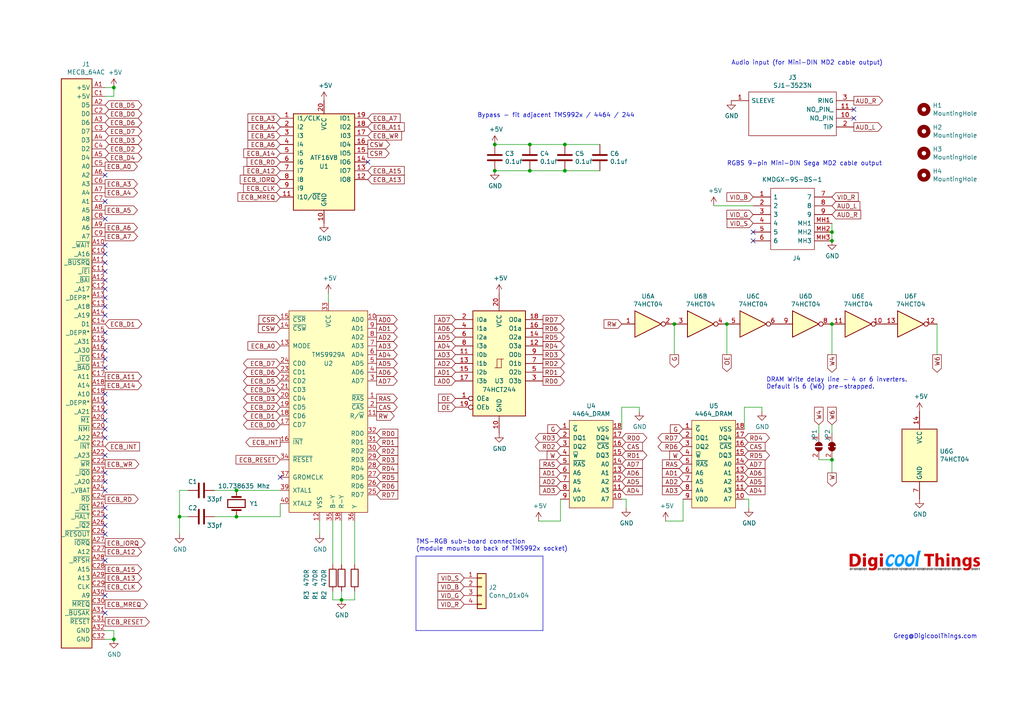
<source format=kicad_sch>
(kicad_sch (version 20230121) (generator eeschema)
  (paper "A4")
  (title_block (title "TMS9929A/TMS9928A Video Board for Minimalist ECB (MECB)") (date "2022-09") (rev "1.1") (company "DigicoolThings.com") (comment 2 "For Minimalist Europe Card Bus (MECB). ") (comment 3 "Using an alternative TMS9929A / TMS9928A / TMS9918A VDP-VRAM solution.") (comment 4 "A configurable modular TMS9929A / TMS9928A VDP Display Board with RGBS output."))
  (lib_symbols
    (symbol "74xx:74LS04"
      (property "Reference" "U" (at 0 1.27 0))
      (property "Value" "74LS04" (at 0 -1.27 0))
      (symbol "74LS04_1_0"
        (pin input line (at -7.62 0 0) (length 3.81) (name "~") (number "1"))
        (pin output inverted (at 7.62 0 180) (length 3.81) (name "~") (number "2"))
      )
      (symbol "74LS04_2_0"
        (pin input line (at -7.62 0 0) (length 3.81) (name "~") (number "3"))
        (pin output inverted (at 7.62 0 180) (length 3.81) (name "~") (number "4"))
      )
      (symbol "74LS04_3_0"
        (pin input line (at -7.62 0 0) (length 3.81) (name "~") (number "5"))
        (pin output inverted (at 7.62 0 180) (length 3.81) (name "~") (number "6"))
      )
      (symbol "74LS04_4_0"
        (pin output inverted (at 7.62 0 180) (length 3.81) (name "~") (number "8"))
        (pin input line (at -7.62 0 0) (length 3.81) (name "~") (number "9"))
      )
      (symbol "74LS04_5_0"
        (pin output inverted (at 7.62 0 180) (length 3.81) (name "~") (number "10"))
        (pin input line (at -7.62 0 0) (length 3.81) (name "~") (number "11"))
      )
      (symbol "74LS04_6_0"
        (pin output inverted (at 7.62 0 180) (length 3.81) (name "~") (number "12"))
        (pin input line (at -7.62 0 0) (length 3.81) (name "~") (number "13"))
      )
      (symbol "74LS04_7_0"
        (pin power_in line (at 0 12.7 270) (length 5.08) (name "VCC") (number "14"))
        (pin power_in line (at 0 -12.7 90) (length 5.08) (name "GND") (number "7"))
      )
    )
    (symbol "74xx:74LS244" (pin_names (offset 1.016))
      (property "Reference" "U" (at -7.62 16.51 0))
      (property "Value" "74LS244" (at -7.62 -16.51 0))
      (symbol "74LS244_1_0"
        (pin input inverted (at -12.7 -10.16 0) (length 5.08) (name "OEa") (number "1"))
        (pin power_in line (at 0 -20.32 90) (length 5.08) (name "GND") (number "10"))
        (pin input line (at -12.7 2.54 0) (length 5.08) (name "I0b") (number "11"))
        (pin tri_state line (at 12.7 5.08 180) (length 5.08) (name "O3a") (number "12"))
        (pin input line (at -12.7 0 0) (length 5.08) (name "I1b") (number "13"))
        (pin tri_state line (at 12.7 7.62 180) (length 5.08) (name "O2a") (number "14"))
        (pin input line (at -12.7 -2.54 0) (length 5.08) (name "I2b") (number "15"))
        (pin tri_state line (at 12.7 10.16 180) (length 5.08) (name "O1a") (number "16"))
        (pin input line (at -12.7 -5.08 0) (length 5.08) (name "I3b") (number "17"))
        (pin tri_state line (at 12.7 12.7 180) (length 5.08) (name "O0a") (number "18"))
        (pin input inverted (at -12.7 -12.7 0) (length 5.08) (name "OEb") (number "19"))
        (pin input line (at -12.7 12.7 0) (length 5.08) (name "I0a") (number "2"))
        (pin power_in line (at 0 20.32 270) (length 5.08) (name "VCC") (number "20"))
        (pin tri_state line (at 12.7 -5.08 180) (length 5.08) (name "O3b") (number "3"))
        (pin input line (at -12.7 10.16 0) (length 5.08) (name "I1a") (number "4"))
        (pin tri_state line (at 12.7 -2.54 180) (length 5.08) (name "O2b") (number "5"))
        (pin input line (at -12.7 7.62 0) (length 5.08) (name "I2a") (number "6"))
        (pin tri_state line (at 12.7 0 180) (length 5.08) (name "O1b") (number "7"))
        (pin input line (at -12.7 5.08 0) (length 5.08) (name "I3a") (number "8"))
        (pin tri_state line (at 12.7 2.54 180) (length 5.08) (name "O0b") (number "9"))
      )
    )
    (symbol "Connector_Generic:Conn_01x04" (pin_names (offset 1.016) hide)
      (property "Reference" "J" (at 0 5.08 0))
      (property "Value" "Conn_01x04" (at 0 -7.62 0))
      (symbol "Conn_01x04_1_1"
        (pin passive line (at -5.08 2.54 0) (length 3.81) (name "Pin_1") (number "1"))
        (pin passive line (at -5.08 0 0) (length 3.81) (name "Pin_2") (number "2"))
        (pin passive line (at -5.08 -2.54 0) (length 3.81) (name "Pin_3") (number "3"))
        (pin passive line (at -5.08 -5.08 0) (length 3.81) (name "Pin_4") (number "4"))
      )
    )
    (symbol "Device:C" (pin_numbers hide) (pin_names (offset 0.254))
      (property "Reference" "C" (at 0.635 2.54 0))
      (property "Value" "C" (at 0.635 -2.54 0))
      (symbol "C_1_1"
        (pin passive line (at 0 3.81 270) (length 2.794) (name "~") (number "1"))
        (pin passive line (at 0 -3.81 90) (length 2.794) (name "~") (number "2"))
      )
    )
    (symbol "Device:Crystal" (pin_numbers hide) (pin_names (offset 1.016) hide)
      (property "Reference" "Y" (at 0 3.81 0))
      (property "Value" "Crystal" (at 0 -3.81 0))
      (symbol "Crystal_1_1"
        (pin passive line (at -3.81 0 0) (length 1.27) (name "1") (number "1"))
        (pin passive line (at 3.81 0 180) (length 1.27) (name "2") (number "2"))
      )
    )
    (symbol "Device:R" (pin_numbers hide) (pin_names (offset 0))
      (property "Reference" "R" (at 2.032 0 90))
      (property "Value" "R" (at 0 0 90))
      (symbol "R_1_1"
        (pin passive line (at 0 3.81 270) (length 1.27) (name "~") (number "1"))
        (pin passive line (at 0 -3.81 90) (length 1.27) (name "~") (number "2"))
      )
    )
    (symbol "Jumper:SolderJumper_2_Bridged" (pin_names (offset 0) hide)
      (property "Reference" "JP" (at 0 2.032 0))
      (property "Value" "SolderJumper_2_Bridged" (at 0 -2.54 0))
      (symbol "SolderJumper_2_Bridged_1_1"
        (pin passive line (at -3.81 0 0) (length 2.54) (name "A") (number "1"))
        (pin passive line (at 3.81 0 180) (length 2.54) (name "B") (number "2"))
      )
    )
    (symbol "Jumper:SolderJumper_2_Open" (pin_names (offset 0) hide)
      (property "Reference" "JP" (at 0 2.032 0))
      (property "Value" "SolderJumper_2_Open" (at 0 -2.54 0))
      (symbol "SolderJumper_2_Open_1_1"
        (pin passive line (at -3.81 0 0) (length 2.54) (name "A") (number "1"))
        (pin passive line (at 3.81 0 180) (length 2.54) (name "B") (number "2"))
      )
    )
    (symbol "Logic_Programmable:GAL16V8" (pin_names (offset 1.016))
      (property "Reference" "U" (at -8.89 16.51 0))
      (property "Value" "GAL16V8" (at 1.27 16.51 0))
      (symbol "GAL16V8_0_0"
        (pin power_in line (at 0 -17.78 90) (length 3.81) (name "GND") (number "10"))
        (pin power_in line (at 0 17.78 270) (length 3.81) (name "VCC") (number "20"))
      )
      (symbol "GAL16V8_1_1"
        (pin input line (at -12.7 12.7 0) (length 3.81) (name "I1/CLK") (number "1"))
        (pin input line (at -12.7 -10.16 0) (length 3.81) (name "I10/~{OE}") (number "11"))
        (pin tri_state line (at 12.7 -5.08 180) (length 3.81) (name "IO8") (number "12"))
        (pin tri_state line (at 12.7 -2.54 180) (length 3.81) (name "IO7") (number "13"))
        (pin tri_state line (at 12.7 0 180) (length 3.81) (name "IO6") (number "14"))
        (pin tri_state line (at 12.7 2.54 180) (length 3.81) (name "IO5") (number "15"))
        (pin tri_state line (at 12.7 5.08 180) (length 3.81) (name "IO4") (number "16"))
        (pin tri_state line (at 12.7 7.62 180) (length 3.81) (name "I03") (number "17"))
        (pin tri_state line (at 12.7 10.16 180) (length 3.81) (name "IO2") (number "18"))
        (pin tri_state line (at 12.7 12.7 180) (length 3.81) (name "IO1") (number "19"))
        (pin input line (at -12.7 10.16 0) (length 3.81) (name "I2") (number "2"))
        (pin input line (at -12.7 7.62 0) (length 3.81) (name "I3") (number "3"))
        (pin input line (at -12.7 5.08 0) (length 3.81) (name "I4") (number "4"))
        (pin input line (at -12.7 2.54 0) (length 3.81) (name "I5") (number "5"))
        (pin input line (at -12.7 0 0) (length 3.81) (name "I6") (number "6"))
        (pin input line (at -12.7 -2.54 0) (length 3.81) (name "I7") (number "7"))
        (pin input line (at -12.7 -5.08 0) (length 3.81) (name "I8") (number "8"))
        (pin input line (at -12.7 -7.62 0) (length 3.81) (name "I9") (number "9"))
      )
    )
    (symbol "Mechanical:MountingHole" (pin_names (offset 1.016))
      (property "Reference" "H" (at 0 5.08 0))
      (property "Value" "MountingHole" (at 0 3.175 0))
    )
    (symbol "MyCustomSymbolLibrary:4464_DRAM" (pin_names (offset 1.016))
      (property "Reference" "U" (at 0 7.62 0))
      (property "Value" "4464_DRAM" (at 0 10.16 0))
      (symbol "4464_DRAM_1_1"
        (pin input line (at -8.89 2.54 0) (length 2.54) (name "~{G}") (number "1"))
        (pin input line (at 8.89 -17.78 180) (length 2.54) (name "A7") (number "10"))
        (pin input line (at 8.89 -15.24 180) (length 2.54) (name "A3") (number "11"))
        (pin input line (at 8.89 -12.7 180) (length 2.54) (name "A2") (number "12"))
        (pin input line (at 8.89 -10.16 180) (length 2.54) (name "A1") (number "13"))
        (pin input line (at 8.89 -7.62 180) (length 2.54) (name "A0") (number "14"))
        (pin bidirectional line (at 8.89 -5.08 180) (length 2.54) (name "DQ3") (number "15"))
        (pin input line (at 8.89 -2.54 180) (length 2.54) (name "~{CAS}") (number "16"))
        (pin bidirectional line (at 8.89 0 180) (length 2.54) (name "DQ4") (number "17"))
        (pin power_in line (at 8.89 2.54 180) (length 2.54) (name "VSS") (number "18"))
        (pin bidirectional line (at -8.89 0 0) (length 2.54) (name "DQ1") (number "2"))
        (pin bidirectional line (at -8.89 -2.54 0) (length 2.54) (name "DQ2") (number "3"))
        (pin input line (at -8.89 -5.08 0) (length 2.54) (name "~{W}") (number "4"))
        (pin input line (at -8.89 -7.62 0) (length 2.54) (name "~{RAS}") (number "5"))
        (pin input line (at -8.89 -10.16 0) (length 2.54) (name "A6") (number "6"))
        (pin input line (at -8.89 -12.7 0) (length 2.54) (name "A5") (number "7"))
        (pin input line (at -8.89 -15.24 0) (length 2.54) (name "A4") (number "8"))
        (pin power_in line (at -8.89 -17.78 0) (length 2.54) (name "VDD") (number "9"))
      )
    )
    (symbol "MyCustomSymbolLibrary:MECB_64AC"
      (property "Reference" "J" (at 0 85.09 0))
      (property "Value" "MECB_64AC" (at 6.35 1.27 90))
      (symbol "MECB_64AC_1_1"
        (pin power_out line (at -7.62 81.28 0) (length 3.81) (name "+5V") (number "A1"))
        (pin passive line (at -7.62 35.56 0) (length 3.81) (name "_~{WAIT}") (number "A10"))
        (pin passive line (at -7.62 30.48 0) (length 3.81) (name "_~{BUSRQ}") (number "A11"))
        (pin passive line (at -7.62 25.4 0) (length 3.81) (name "_~{BAI}") (number "A12"))
        (pin passive line (at -7.62 20.32 0) (length 3.81) (name "_DEPR*") (number "A13"))
        (pin passive line (at -7.62 15.24 0) (length 3.81) (name "_A19") (number "A14"))
        (pin passive line (at -7.62 10.16 0) (length 3.81) (name "_DEPR*") (number "A15"))
        (pin passive line (at -7.62 5.08 0) (length 3.81) (name "_A30") (number "A16"))
        (pin passive line (at -7.62 0 0) (length 3.81) (name "_~{BAO}") (number "A17"))
        (pin passive line (at -7.62 -5.08 0) (length 3.81) (name "A14") (number "A18"))
        (pin passive line (at -7.62 -10.16 0) (length 3.81) (name "_DEPR*") (number "A19"))
        (pin bidirectional line (at -7.62 76.2 0) (length 3.81) (name "D5") (number "A2"))
        (pin passive line (at -7.62 -15.24 0) (length 3.81) (name "~{M1}") (number "A20"))
        (pin passive line (at -7.62 -20.32 0) (length 3.81) (name "_A22") (number "A21"))
        (pin passive line (at -7.62 -25.4 0) (length 3.81) (name "_A23") (number "A22"))
        (pin passive line (at -7.62 -30.48 0) (length 3.81) (name "_~{IQ0}") (number "A23"))
        (pin passive line (at -7.62 -35.56 0) (length 3.81) (name "_VBAT") (number "A24"))
        (pin passive line (at -7.62 -40.64 0) (length 3.81) (name "_~{IQ1}") (number "A25"))
        (pin passive line (at -7.62 -45.72 0) (length 3.81) (name "_~{IQ2}") (number "A26"))
        (pin passive line (at -7.62 -50.8 0) (length 3.81) (name "~{IORQ}") (number "A27"))
        (pin passive line (at -7.62 -55.88 0) (length 3.81) (name "_~{RFSH}") (number "A28"))
        (pin passive line (at -7.62 -60.96 0) (length 3.81) (name "A13") (number "A29"))
        (pin bidirectional line (at -7.62 71.12 0) (length 3.81) (name "D6") (number "A3"))
        (pin passive line (at -7.62 -66.04 0) (length 3.81) (name "A9") (number "A30"))
        (pin passive line (at -7.62 -71.12 0) (length 3.81) (name "_~{BUSAK}") (number "A31"))
        (pin power_out line (at -7.62 -76.2 0) (length 3.81) (name "GND") (number "A32"))
        (pin bidirectional line (at -7.62 66.04 0) (length 3.81) (name "D3") (number "A4"))
        (pin bidirectional line (at -7.62 60.96 0) (length 3.81) (name "D4") (number "A5"))
        (pin passive line (at -7.62 55.88 0) (length 3.81) (name "A2") (number "A6"))
        (pin passive line (at -7.62 50.8 0) (length 3.81) (name "A4") (number "A7"))
        (pin passive line (at -7.62 45.72 0) (length 3.81) (name "A5") (number "A8"))
        (pin passive line (at -7.62 40.64 0) (length 3.81) (name "A6") (number "A9"))
        (pin power_out line (at -7.62 78.74 0) (length 3.81) (name "+5V") (number "C1"))
        (pin passive line (at -7.62 33.02 0) (length 3.81) (name "_A16") (number "C10"))
        (pin passive line (at -7.62 27.94 0) (length 3.81) (name "_~{IEI}") (number "C11"))
        (pin passive line (at -7.62 22.86 0) (length 3.81) (name "_A17") (number "C12"))
        (pin passive line (at -7.62 17.78 0) (length 3.81) (name "_A18") (number "C13"))
        (pin bidirectional line (at -7.62 12.7 0) (length 3.81) (name "D1") (number "C14"))
        (pin passive line (at -7.62 7.62 0) (length 3.81) (name "_A31") (number "C15"))
        (pin passive line (at -7.62 2.54 0) (length 3.81) (name "_~{IEO}") (number "C16"))
        (pin passive line (at -7.62 -2.54 0) (length 3.81) (name "A11") (number "C17"))
        (pin passive line (at -7.62 -7.62 0) (length 3.81) (name "A10") (number "C18"))
        (pin passive line (at -7.62 -12.7 0) (length 3.81) (name "_A21") (number "C19"))
        (pin bidirectional line (at -7.62 73.66 0) (length 3.81) (name "D0") (number "C2"))
        (pin passive line (at -7.62 -17.78 0) (length 3.81) (name "~{NMI}") (number "C20"))
        (pin passive line (at -7.62 -22.86 0) (length 3.81) (name "~{INT}") (number "C21"))
        (pin passive line (at -7.62 -27.94 0) (length 3.81) (name "~{WR}") (number "C22"))
        (pin passive line (at -7.62 -33.02 0) (length 3.81) (name "_A20") (number "C23"))
        (pin passive line (at -7.62 -38.1 0) (length 3.81) (name "~{RD}") (number "C24"))
        (pin passive line (at -7.62 -43.18 0) (length 3.81) (name "_~{HALT}") (number "C25"))
        (pin passive line (at -7.62 -48.26 0) (length 3.81) (name "_~{RESOUT}") (number "C26"))
        (pin passive line (at -7.62 -53.34 0) (length 3.81) (name "A12") (number "C27"))
        (pin passive line (at -7.62 -58.42 0) (length 3.81) (name "A15") (number "C28"))
        (pin passive line (at -7.62 -63.5 0) (length 3.81) (name "CLK") (number "C29"))
        (pin bidirectional line (at -7.62 68.58 0) (length 3.81) (name "D7") (number "C3"))
        (pin passive line (at -7.62 -68.58 0) (length 3.81) (name "~{MREQ}") (number "C30"))
        (pin passive line (at -7.62 -73.66 0) (length 3.81) (name "~{RESET}") (number "C31"))
        (pin power_out line (at -7.62 -78.74 0) (length 3.81) (name "GND") (number "C32"))
        (pin bidirectional line (at -7.62 63.5 0) (length 3.81) (name "D2") (number "C4"))
        (pin passive line (at -7.62 58.42 0) (length 3.81) (name "A0") (number "C5"))
        (pin passive line (at -7.62 53.34 0) (length 3.81) (name "A3") (number "C6"))
        (pin passive line (at -7.62 48.26 0) (length 3.81) (name "A1") (number "C7"))
        (pin passive line (at -7.62 43.18 0) (length 3.81) (name "A8") (number "C8"))
        (pin passive line (at -7.62 38.1 0) (length 3.81) (name "A7") (number "C9"))
      )
    )
    (symbol "MyCustomSymbolLibrary:TMS9929A" (pin_names (offset 1.016))
      (property "Reference" "U" (at 0 13.97 0))
      (property "Value" "TMS9929A" (at 0 16.51 0))
      (symbol "TMS9929A_1_1"
        (pin output line (at 13.97 3.81 180) (length 2.54) (name "~{RAS}") (number "1"))
        (pin output line (at 13.97 26.67 180) (length 2.54) (name "AD0") (number "10"))
        (pin output line (at 13.97 -1.27 180) (length 2.54) (name "R/~{W}") (number "11"))
        (pin power_in line (at -2.54 -31.75 90) (length 2.54) (name "VSS") (number "12"))
        (pin input line (at -13.97 19.05 0) (length 2.54) (name "MODE") (number "13"))
        (pin input line (at -13.97 24.13 0) (length 2.54) (name "~{CSW}") (number "14"))
        (pin input line (at -13.97 26.67 0) (length 2.54) (name "~{CSR}") (number "15"))
        (pin output line (at -13.97 -8.89 0) (length 2.54) (name "~{INT}") (number "16"))
        (pin bidirectional line (at -13.97 -3.81 0) (length 2.54) (name "CD7") (number "17"))
        (pin bidirectional line (at -13.97 -1.27 0) (length 2.54) (name "CD6") (number "18"))
        (pin bidirectional line (at -13.97 1.27 0) (length 2.54) (name "CD5") (number "19"))
        (pin output line (at 13.97 1.27 180) (length 2.54) (name "~{CAS}") (number "2"))
        (pin bidirectional line (at -13.97 3.81 0) (length 2.54) (name "CD4") (number "20"))
        (pin bidirectional line (at -13.97 6.35 0) (length 2.54) (name "CD3") (number "21"))
        (pin bidirectional line (at -13.97 8.89 0) (length 2.54) (name "CD2") (number "22"))
        (pin bidirectional line (at -13.97 11.43 0) (length 2.54) (name "CD1") (number "23"))
        (pin bidirectional line (at -13.97 13.97 0) (length 2.54) (name "CD0") (number "24"))
        (pin input line (at 13.97 -24.13 180) (length 2.54) (name "RD7") (number "25"))
        (pin input line (at 13.97 -21.59 180) (length 2.54) (name "RD6") (number "26"))
        (pin input line (at 13.97 -19.05 180) (length 2.54) (name "RD5") (number "27"))
        (pin input line (at 13.97 -16.51 180) (length 2.54) (name "RD4") (number "28"))
        (pin input line (at 13.97 -13.97 180) (length 2.54) (name "RD3") (number "29"))
        (pin output line (at 13.97 8.89 180) (length 2.54) (name "AD7") (number "3"))
        (pin input line (at 13.97 -11.43 180) (length 2.54) (name "RD2") (number "30"))
        (pin input line (at 13.97 -8.89 180) (length 2.54) (name "RD1") (number "31"))
        (pin input line (at 13.97 -6.35 180) (length 2.54) (name "RD0") (number "32"))
        (pin power_in line (at 0 31.75 270) (length 2.54) (name "VCC") (number "33"))
        (pin input line (at -13.97 -13.97 0) (length 2.54) (name "~{RESET}") (number "34"))
        (pin output line (at 1.27 -31.75 90) (length 2.54) (name "B-Y") (number "35"))
        (pin output line (at 7.62 -31.75 90) (length 2.54) (name "Y") (number "36"))
        (pin output line (at -13.97 -19.05 0) (length 2.54) (name "GROMCLK") (number "37"))
        (pin output line (at 3.81 -31.75 90) (length 2.54) (name "R-Y") (number "38"))
        (pin input line (at -13.97 -22.86 0) (length 2.54) (name "XTAL1") (number "39"))
        (pin output line (at 13.97 11.43 180) (length 2.54) (name "AD6") (number "4"))
        (pin input line (at -13.97 -26.67 0) (length 2.54) (name "XTAL2") (number "40"))
        (pin output line (at 13.97 13.97 180) (length 2.54) (name "AD5") (number "5"))
        (pin output line (at 13.97 16.51 180) (length 2.54) (name "AD4") (number "6"))
        (pin output line (at 13.97 19.05 180) (length 2.54) (name "AD3") (number "7"))
        (pin output line (at 13.97 21.59 180) (length 2.54) (name "AD2") (number "8"))
        (pin output line (at 13.97 24.13 180) (length 2.54) (name "AD1") (number "9"))
      )
    )
    (symbol "SamacSys_Parts:KMDGX-9S-BS-1" (pin_names (offset 0.762))
      (property "Reference" "J" (at 19.05 7.62 0))
      (property "Value" "KMDGX-9S-BS-1" (at 19.05 5.08 0))
      (symbol "KMDGX-9S-BS-1_0_0"
        (pin passive line (at 0 0 0) (length 5.08) (name "1") (number "1"))
        (pin passive line (at 0 -2.54 0) (length 5.08) (name "2") (number "2"))
        (pin passive line (at 0 -5.08 0) (length 5.08) (name "3") (number "3"))
        (pin passive line (at 0 -7.62 0) (length 5.08) (name "4") (number "4"))
        (pin passive line (at 0 -10.16 0) (length 5.08) (name "5") (number "5"))
        (pin passive line (at 0 -12.7 0) (length 5.08) (name "6") (number "6"))
        (pin passive line (at 22.86 0 180) (length 5.08) (name "7") (number "7"))
        (pin passive line (at 22.86 -2.54 180) (length 5.08) (name "8") (number "8"))
        (pin passive line (at 22.86 -5.08 180) (length 5.08) (name "9") (number "9"))
        (pin passive line (at 22.86 -7.62 180) (length 5.08) (name "MH1") (number "MH1"))
        (pin passive line (at 22.86 -10.16 180) (length 5.08) (name "MH2") (number "MH2"))
        (pin passive line (at 22.86 -12.7 180) (length 5.08) (name "MH3") (number "MH3"))
      )
    )
    (symbol "SamacSys_Parts:SJ1-3523N" (pin_names (offset 0.762))
      (property "Reference" "J" (at 31.75 7.62 0))
      (property "Value" "SJ1-3523N" (at 31.75 5.08 0))
      (symbol "SJ1-3523N_0_0"
        (pin passive line (at 0 0 0) (length 5.08) (name "SLEEVE") (number "1"))
        (pin passive line (at 35.56 -5.08 180) (length 5.08) (name "NO_PIN") (number "10"))
        (pin passive line (at 35.56 -2.54 180) (length 5.08) (name "NO_PIN_") (number "11"))
        (pin passive line (at 35.56 -7.62 180) (length 5.08) (name "TIP") (number "2"))
        (pin passive line (at 35.56 0 180) (length 5.08) (name "RING") (number "3"))
      )
    )
    (symbol "power:+5V" (power) (pin_names (offset 0))
      (property "Value" "+5V" (at 0 3.556 0))
      (symbol "+5V_1_1"
        (pin power_in line (at 0 0 90) (length 0) hide (name "+5V") (number "1"))
      )
    )
    (symbol "power:GND" (power) (pin_names (offset 0))
      (property "Value" "GND" (at 0 -3.81 0))
      (symbol "GND_1_1"
        (pin power_in line (at 0 0 270) (length 0) hide (name "GND") (number "1"))
      )
    )
  )
  (junction (at 33.02 185.42))
  (junction (at 195.58 93.98))
  (junction (at 241.3 133.35))
  (junction (at 163.83 49.53))
  (junction (at 153.67 41.91))
  (junction (at 241.3 69.85))
  (junction (at 33.02 25.4))
  (junction (at 153.67 49.53))
  (junction (at 99.06 173.99))
  (junction (at 210.82 93.98))
  (junction (at 68.58 149.86))
  (junction (at 52.07 149.86))
  (junction (at 143.51 49.53))
  (junction (at 241.3 93.98))
  (junction (at 163.83 41.91))
  (junction (at 68.58 142.24))
  (junction (at 143.51 41.91))
  (junction (at 241.3 67.31))
  (no_connect (at 30.48 86.36))
  (no_connect (at 30.48 50.8))
  (no_connect (at 247.65 34.29))
  (no_connect (at 30.48 162.56))
  (no_connect (at 30.48 116.84))
  (no_connect (at 30.48 121.92))
  (no_connect (at 30.48 137.16))
  (no_connect (at 106.68 46.99))
  (no_connect (at 218.44 67.31))
  (no_connect (at 30.48 127))
  (no_connect (at 30.48 124.46))
  (no_connect (at 30.48 78.74))
  (no_connect (at 30.48 139.7))
  (no_connect (at 30.48 96.52))
  (no_connect (at 30.48 99.06))
  (no_connect (at 30.48 142.24))
  (no_connect (at 30.48 177.8))
  (no_connect (at 30.48 172.72))
  (no_connect (at 30.48 114.3))
  (no_connect (at 30.48 154.94))
  (no_connect (at 81.28 138.43))
  (no_connect (at 30.48 149.86))
  (no_connect (at 30.48 73.66))
  (no_connect (at 30.48 106.68))
  (no_connect (at 30.48 132.08))
  (no_connect (at 30.48 76.2))
  (no_connect (at 30.48 152.4))
  (no_connect (at 218.44 69.85))
  (no_connect (at 30.48 88.9))
  (no_connect (at 30.48 101.6))
  (no_connect (at 30.48 83.82))
  (no_connect (at 30.48 91.44))
  (no_connect (at 30.48 71.12))
  (no_connect (at 30.48 147.32))
  (no_connect (at 30.48 81.28))
  (no_connect (at 30.48 119.38))
  (no_connect (at 30.48 58.42))
  (no_connect (at 247.65 31.75))
  (no_connect (at 30.48 104.14))
  (no_connect (at 30.48 63.5))
  (wire (pts (xy 96.52 151.13) (xy 96.52 163.83)))
  (wire (pts (xy 180.34 124.46) (xy 180.34 118.11)))
  (wire (pts (xy 143.51 49.53) (xy 153.67 49.53)))
  (polyline (pts (xy 157.48 182.88) (xy 120.65 182.88)))
  (wire (pts (xy 96.52 173.99) (xy 99.06 173.99)))
  (wire (pts (xy 30.48 185.42) (xy 33.02 185.42)))
  (wire (pts (xy 215.9 124.46) (xy 215.9 118.11)))
  (wire (pts (xy 52.07 149.86) (xy 52.07 154.94)))
  (wire (pts (xy 185.42 118.11) (xy 185.42 119.38)))
  (wire (pts (xy 163.83 49.53) (xy 173.99 49.53)))
  (wire (pts (xy 195.58 93.98) (xy 195.58 102.87)))
  (wire (pts (xy 33.02 27.94) (xy 30.48 27.94)))
  (wire (pts (xy 33.02 25.4) (xy 33.02 27.94)))
  (wire (pts (xy 68.58 149.86) (xy 81.28 149.86)))
  (wire (pts (xy 52.07 142.24) (xy 52.07 149.86)))
  (wire (pts (xy 217.17 144.78) (xy 217.17 147.32)))
  (wire (pts (xy 180.34 144.78) (xy 181.61 144.78)))
  (wire (pts (xy 181.61 144.78) (xy 181.61 147.32)))
  (wire (pts (xy 30.48 25.4) (xy 33.02 25.4)))
  (wire (pts (xy 241.3 123.19) (xy 241.3 125.73)))
  (wire (pts (xy 153.67 41.91) (xy 143.51 41.91)))
  (wire (pts (xy 92.71 151.13) (xy 92.71 154.94)))
  (wire (pts (xy 271.78 102.87) (xy 271.78 93.98)))
  (wire (pts (xy 33.02 182.88) (xy 33.02 185.42)))
  (wire (pts (xy 81.28 149.86) (xy 81.28 146.05)))
  (polyline (pts (xy 120.65 182.88) (xy 120.65 161.29)))
  (wire (pts (xy 210.82 93.98) (xy 210.82 102.87)))
  (polyline (pts (xy 157.48 161.29) (xy 157.48 182.88)))
  (wire (pts (xy 215.9 144.78) (xy 217.17 144.78)))
  (wire (pts (xy 241.3 133.35) (xy 237.49 133.35)))
  (wire (pts (xy 162.56 144.78) (xy 162.56 151.13)))
  (wire (pts (xy 163.83 41.91) (xy 153.67 41.91)))
  (wire (pts (xy 220.98 118.11) (xy 220.98 119.38)))
  (wire (pts (xy 180.34 118.11) (xy 185.42 118.11)))
  (wire (pts (xy 193.04 151.13) (xy 198.12 151.13)))
  (wire (pts (xy 162.56 151.13) (xy 156.21 151.13)))
  (wire (pts (xy 95.25 85.09) (xy 95.25 87.63)))
  (wire (pts (xy 241.3 67.31) (xy 241.3 69.85)))
  (polyline (pts (xy 120.65 161.29) (xy 157.48 161.29)))
  (wire (pts (xy 102.87 171.45) (xy 102.87 173.99)))
  (wire (pts (xy 237.49 123.19) (xy 237.49 125.73)))
  (wire (pts (xy 96.52 171.45) (xy 96.52 173.99)))
  (wire (pts (xy 54.61 142.24) (xy 52.07 142.24)))
  (wire (pts (xy 153.67 49.53) (xy 163.83 49.53)))
  (wire (pts (xy 99.06 171.45) (xy 99.06 173.99)))
  (wire (pts (xy 68.58 142.24) (xy 62.23 142.24)))
  (wire (pts (xy 102.87 173.99) (xy 99.06 173.99)))
  (wire (pts (xy 173.99 41.91) (xy 163.83 41.91)))
  (wire (pts (xy 99.06 151.13) (xy 99.06 163.83)))
  (wire (pts (xy 241.3 102.87) (xy 241.3 93.98)))
  (wire (pts (xy 30.48 182.88) (xy 33.02 182.88)))
  (wire (pts (xy 198.12 151.13) (xy 198.12 144.78)))
  (wire (pts (xy 54.61 149.86) (xy 52.07 149.86)))
  (wire (pts (xy 102.87 151.13) (xy 102.87 163.83)))
  (wire (pts (xy 215.9 118.11) (xy 220.98 118.11)))
  (wire (pts (xy 81.28 142.24) (xy 68.58 142.24)))
  (wire (pts (xy 62.23 149.86) (xy 68.58 149.86)))
  (wire (pts (xy 241.3 64.77) (xy 241.3 67.31)))
  (wire (pts (xy 241.3 137.16) (xy 241.3 133.35)))
  (wire (pts (xy 207.01 59.69) (xy 218.44 59.69)))
  (image (at 265.43 162.56))
  (text "TMS-RGB sub-board connection\n(module mounts to back of TMS992x socket)" (at 120.65 160.02 0) (effects (font (size 1.27 1.27)) (justify left bottom)))
  (text "RGBS 9-pin Mini-DIN Sega MD2 cable output" (at 210.82 48.26 0) (effects (font (size 1.27 1.27)) (justify left bottom)))
  (text "DRAM Write delay line - 4 or 6 inverters.\nDefault is 6 (W6) pre-strapped.\n" (at 222.25 113.03 0) (effects (font (size 1.27 1.27)) (justify left bottom)))
  (text "Bypass - fit adjacent TMS992x / 4464 / 244" (at 138.43 34.29 0) (effects (font (size 1.27 1.27)) (justify left bottom)))
  (text "Greg@DigicoolThings.com" (at 259.08 185.42 0) (effects (font (size 1.27 1.27)) (justify left bottom)))
  (text "Audio input (for Mini-DIN MD2 cable output)" (at 212.09 19.05 0) (effects (font (size 1.27 1.27)) (justify left bottom)))
  (global_label "ECB_WR" (shape input) (at 106.68 39.37 0) (property "Intersheetrefs" "${INTERSHEET_REFS}" (effects hide)))
  (global_label "RD6" (shape bidirectional) (at 198.12 129.54 180) (property "Intersheetrefs" "${INTERSHEET_REFS}" (effects hide)))
  (global_label "ECB_D3" (shape bidirectional) (at 30.48 40.64 0) (property "Intersheetrefs" "${INTERSHEET_REFS}" (effects hide)))
  (global_label "AD2" (shape input) (at 132.08 105.41 180) (property "Intersheetrefs" "${INTERSHEET_REFS}" (effects hide)))
  (global_label "ECB_A3" (shape output) (at 30.48 53.34 0) (property "Intersheetrefs" "${INTERSHEET_REFS}" (effects hide)))
  (global_label "ECB_A5" (shape input) (at 81.28 39.37 180) (property "Intersheetrefs" "${INTERSHEET_REFS}" (effects hide)))
  (global_label "ECB_A4" (shape input) (at 81.28 36.83 180) (property "Intersheetrefs" "${INTERSHEET_REFS}" (effects hide)))
  (global_label "ECB_INT" (shape input) (at 30.48 129.54 0) (property "Intersheetrefs" "${INTERSHEET_REFS}" (effects hide)))
  (global_label "AD6" (shape output) (at 109.22 107.95 0) (property "Intersheetrefs" "${INTERSHEET_REFS}" (effects hide)))
  (global_label "AD7" (shape input) (at 132.08 92.71 180) (property "Intersheetrefs" "${INTERSHEET_REFS}" (effects hide)))
  (global_label "G" (shape input) (at 198.12 124.46 180) (property "Intersheetrefs" "${INTERSHEET_REFS}" (effects hide)))
  (global_label "RAS" (shape input) (at 198.12 134.62 180) (property "Intersheetrefs" "${INTERSHEET_REFS}" (effects hide)))
  (global_label "RD7" (shape output) (at 157.48 92.71 0) (property "Intersheetrefs" "${INTERSHEET_REFS}" (effects hide)))
  (global_label "ECB_IORQ" (shape input) (at 81.28 52.07 180) (property "Intersheetrefs" "${INTERSHEET_REFS}" (effects hide)))
  (global_label "ECB_RD" (shape input) (at 81.28 46.99 180) (property "Intersheetrefs" "${INTERSHEET_REFS}" (effects hide)))
  (global_label "ECB_A4" (shape output) (at 30.48 55.88 0) (property "Intersheetrefs" "${INTERSHEET_REFS}" (effects hide)))
  (global_label "AD3" (shape input) (at 162.56 142.24 180) (property "Intersheetrefs" "${INTERSHEET_REFS}" (effects hide)))
  (global_label "ECB_INT" (shape output) (at 81.28 128.27 180) (property "Intersheetrefs" "${INTERSHEET_REFS}" (effects hide)))
  (global_label "OE" (shape input) (at 132.08 115.57 180) (property "Intersheetrefs" "${INTERSHEET_REFS}" (effects hide)))
  (global_label "ECB_A0" (shape input) (at 81.28 100.33 180) (property "Intersheetrefs" "${INTERSHEET_REFS}" (effects hide)))
  (global_label "ECB_IORQ" (shape output) (at 30.48 157.48 0) (property "Intersheetrefs" "${INTERSHEET_REFS}" (effects hide)))
  (global_label "AD5" (shape input) (at 132.08 97.79 180) (property "Intersheetrefs" "${INTERSHEET_REFS}" (effects hide)))
  (global_label "VID_S" (shape input) (at 134.62 167.64 180) (property "Intersheetrefs" "${INTERSHEET_REFS}" (effects hide)))
  (global_label "ECB_A5" (shape output) (at 30.48 60.96 0) (property "Intersheetrefs" "${INTERSHEET_REFS}" (effects hide)))
  (global_label "ECB_D6" (shape bidirectional) (at 30.48 35.56 0) (property "Intersheetrefs" "${INTERSHEET_REFS}" (effects hide)))
  (global_label "ECB_MREQ" (shape output) (at 30.48 175.26 0) (property "Intersheetrefs" "${INTERSHEET_REFS}" (effects hide)))
  (global_label "ECB_RESET" (shape input) (at 81.28 133.35 180) (property "Intersheetrefs" "${INTERSHEET_REFS}" (effects hide)))
  (global_label "RD4" (shape input) (at 109.22 135.89 0) (property "Intersheetrefs" "${INTERSHEET_REFS}" (effects hide)))
  (global_label "AD3" (shape input) (at 132.08 102.87 180) (property "Intersheetrefs" "${INTERSHEET_REFS}" (effects hide)))
  (global_label "ECB_A3" (shape input) (at 81.28 34.29 180) (property "Intersheetrefs" "${INTERSHEET_REFS}" (effects hide)))
  (global_label "VID_G" (shape input) (at 134.62 172.72 180) (property "Intersheetrefs" "${INTERSHEET_REFS}" (effects hide)))
  (global_label "AUD_R" (shape output) (at 247.65 29.21 0) (property "Intersheetrefs" "${INTERSHEET_REFS}" (effects hide)))
  (global_label "AD7" (shape input) (at 180.34 134.62 0) (property "Intersheetrefs" "${INTERSHEET_REFS}" (effects hide)))
  (global_label "ECB_A14" (shape output) (at 30.48 111.76 0) (property "Intersheetrefs" "${INTERSHEET_REFS}" (effects hide)))
  (global_label "AD1" (shape input) (at 162.56 137.16 180) (property "Intersheetrefs" "${INTERSHEET_REFS}" (effects hide)))
  (global_label "ECB_A11" (shape output) (at 30.48 109.22 0) (property "Intersheetrefs" "${INTERSHEET_REFS}" (effects hide)))
  (global_label "RAS" (shape input) (at 162.56 134.62 180) (property "Intersheetrefs" "${INTERSHEET_REFS}" (effects hide)))
  (global_label "AD5" (shape input) (at 215.9 139.7 0) (property "Intersheetrefs" "${INTERSHEET_REFS}" (effects hide)))
  (global_label "W6" (shape input) (at 241.3 123.19 90) (property "Intersheetrefs" "${INTERSHEET_REFS}" (effects hide)))
  (global_label "RD7" (shape bidirectional) (at 198.12 127 180) (property "Intersheetrefs" "${INTERSHEET_REFS}" (effects hide)))
  (global_label "ECB_D5" (shape bidirectional) (at 81.28 110.49 180) (property "Intersheetrefs" "${INTERSHEET_REFS}" (effects hide)))
  (global_label "ECB_A6" (shape input) (at 81.28 41.91 180) (property "Intersheetrefs" "${INTERSHEET_REFS}" (effects hide)))
  (global_label "RD2" (shape output) (at 157.48 105.41 0) (property "Intersheetrefs" "${INTERSHEET_REFS}" (effects hide)))
  (global_label "AD2" (shape input) (at 198.12 139.7 180) (property "Intersheetrefs" "${INTERSHEET_REFS}" (effects hide)))
  (global_label "AD6" (shape input) (at 215.9 137.16 0) (property "Intersheetrefs" "${INTERSHEET_REFS}" (effects hide)))
  (global_label "RD2" (shape input) (at 109.22 130.81 0) (property "Intersheetrefs" "${INTERSHEET_REFS}" (effects hide)))
  (global_label "ECB_D6" (shape bidirectional) (at 81.28 107.95 180) (property "Intersheetrefs" "${INTERSHEET_REFS}" (effects hide)))
  (global_label "CAS" (shape output) (at 109.22 118.11 0) (property "Intersheetrefs" "${INTERSHEET_REFS}" (effects hide)))
  (global_label "AD4" (shape output) (at 109.22 102.87 0) (property "Intersheetrefs" "${INTERSHEET_REFS}" (effects hide)))
  (global_label "ECB_D4" (shape bidirectional) (at 81.28 113.03 180) (property "Intersheetrefs" "${INTERSHEET_REFS}" (effects hide)))
  (global_label "ECB_CLK" (shape output) (at 30.48 170.18 0) (property "Intersheetrefs" "${INTERSHEET_REFS}" (effects hide)))
  (global_label "ECB_D5" (shape bidirectional) (at 30.48 30.48 0) (property "Intersheetrefs" "${INTERSHEET_REFS}" (effects hide)))
  (global_label "OE" (shape output) (at 210.82 102.87 270) (property "Intersheetrefs" "${INTERSHEET_REFS}" (effects hide)))
  (global_label "CSW" (shape output) (at 106.68 41.91 0) (property "Intersheetrefs" "${INTERSHEET_REFS}" (effects hide)))
  (global_label "RD5" (shape output) (at 157.48 97.79 0) (property "Intersheetrefs" "${INTERSHEET_REFS}" (effects hide)))
  (global_label "AD4" (shape input) (at 180.34 142.24 0) (property "Intersheetrefs" "${INTERSHEET_REFS}" (effects hide)))
  (global_label "AD7" (shape output) (at 109.22 110.49 0) (property "Intersheetrefs" "${INTERSHEET_REFS}" (effects hide)))
  (global_label "W4" (shape output) (at 241.3 102.87 270) (property "Intersheetrefs" "${INTERSHEET_REFS}" (effects hide)))
  (global_label "ECB_A13" (shape output) (at 30.48 167.64 0) (property "Intersheetrefs" "${INTERSHEET_REFS}" (effects hide)))
  (global_label "ECB_MREQ" (shape input) (at 81.28 57.15 180) (property "Intersheetrefs" "${INTERSHEET_REFS}" (effects hide)))
  (global_label "ECB_D3" (shape bidirectional) (at 81.28 115.57 180) (property "Intersheetrefs" "${INTERSHEET_REFS}" (effects hide)))
  (global_label "AD5" (shape output) (at 109.22 105.41 0) (property "Intersheetrefs" "${INTERSHEET_REFS}" (effects hide)))
  (global_label "RD6" (shape input) (at 109.22 140.97 0) (property "Intersheetrefs" "${INTERSHEET_REFS}" (effects hide)))
  (global_label "W" (shape input) (at 162.56 132.08 180) (property "Intersheetrefs" "${INTERSHEET_REFS}" (effects hide)))
  (global_label "G" (shape input) (at 162.56 124.46 180) (property "Intersheetrefs" "${INTERSHEET_REFS}" (effects hide)))
  (global_label "ECB_A14" (shape input) (at 81.28 44.45 180) (property "Intersheetrefs" "${INTERSHEET_REFS}" (effects hide)))
  (global_label "ECB_D0" (shape bidirectional) (at 30.48 33.02 0) (property "Intersheetrefs" "${INTERSHEET_REFS}" (effects hide)))
  (global_label "W4" (shape input) (at 237.49 123.19 90) (property "Intersheetrefs" "${INTERSHEET_REFS}" (effects hide)))
  (global_label "W" (shape input) (at 198.12 132.08 180) (property "Intersheetrefs" "${INTERSHEET_REFS}" (effects hide)))
  (global_label "VID_G" (shape input) (at 218.44 62.23 180) (property "Intersheetrefs" "${INTERSHEET_REFS}" (effects hide)))
  (global_label "RD0" (shape output) (at 157.48 110.49 0) (property "Intersheetrefs" "${INTERSHEET_REFS}" (effects hide)))
  (global_label "ECB_D4" (shape bidirectional) (at 30.48 45.72 0) (property "Intersheetrefs" "${INTERSHEET_REFS}" (effects hide)))
  (global_label "RD5" (shape bidirectional) (at 215.9 132.08 0) (property "Intersheetrefs" "${INTERSHEET_REFS}" (effects hide)))
  (global_label "RD4" (shape bidirectional) (at 215.9 127 0) (property "Intersheetrefs" "${INTERSHEET_REFS}" (effects hide)))
  (global_label "ECB_WR" (shape output) (at 30.48 134.62 0) (property "Intersheetrefs" "${INTERSHEET_REFS}" (effects hide)))
  (global_label "CSW" (shape input) (at 81.28 95.25 180) (property "Intersheetrefs" "${INTERSHEET_REFS}" (effects hide)))
  (global_label "AD1" (shape output) (at 109.22 95.25 0) (property "Intersheetrefs" "${INTERSHEET_REFS}" (effects hide)))
  (global_label "AD2" (shape output) (at 109.22 97.79 0) (property "Intersheetrefs" "${INTERSHEET_REFS}" (effects hide)))
  (global_label "ECB_D2" (shape bidirectional) (at 30.48 43.18 0) (property "Intersheetrefs" "${INTERSHEET_REFS}" (effects hide)))
  (global_label "VID_R" (shape input) (at 241.3 57.15 0) (property "Intersheetrefs" "${INTERSHEET_REFS}" (effects hide)))
  (global_label "AD5" (shape input) (at 180.34 139.7 0) (property "Intersheetrefs" "${INTERSHEET_REFS}" (effects hide)))
  (global_label "ECB_A11" (shape input) (at 106.68 36.83 0) (property "Intersheetrefs" "${INTERSHEET_REFS}" (effects hide)))
  (global_label "AD1" (shape input) (at 198.12 137.16 180) (property "Intersheetrefs" "${INTERSHEET_REFS}" (effects hide)))
  (global_label "RD6" (shape output) (at 157.48 95.25 0) (property "Intersheetrefs" "${INTERSHEET_REFS}" (effects hide)))
  (global_label "RD4" (shape output) (at 157.48 100.33 0) (property "Intersheetrefs" "${INTERSHEET_REFS}" (effects hide)))
  (global_label "ECB_D7" (shape bidirectional) (at 30.48 38.1 0) (property "Intersheetrefs" "${INTERSHEET_REFS}" (effects hide)))
  (global_label "VID_R" (shape input) (at 134.62 175.26 180) (property "Intersheetrefs" "${INTERSHEET_REFS}" (effects hide)))
  (global_label "CSR" (shape output) (at 106.68 44.45 0) (property "Intersheetrefs" "${INTERSHEET_REFS}" (effects hide)))
  (global_label "ECB_RESET" (shape output) (at 30.48 180.34 0) (property "Intersheetrefs" "${INTERSHEET_REFS}" (effects hide)))
  (global_label "VID_B" (shape input) (at 134.62 170.18 180) (property "Intersheetrefs" "${INTERSHEET_REFS}" (effects hide)))
  (global_label "AUD_L" (shape output) (at 247.65 36.83 0) (property "Intersheetrefs" "${INTERSHEET_REFS}" (effects hide)))
  (global_label "AD1" (shape input) (at 132.08 107.95 180) (property "Intersheetrefs" "${INTERSHEET_REFS}" (effects hide)))
  (global_label "ECB_A15" (shape input) (at 106.68 49.53 0) (property "Intersheetrefs" "${INTERSHEET_REFS}" (effects hide)))
  (global_label "RD5" (shape input) (at 109.22 138.43 0) (property "Intersheetrefs" "${INTERSHEET_REFS}" (effects hide)))
  (global_label "AD3" (shape input) (at 198.12 142.24 180) (property "Intersheetrefs" "${INTERSHEET_REFS}" (effects hide)))
  (global_label "ECB_RD" (shape output) (at 30.48 144.78 0) (property "Intersheetrefs" "${INTERSHEET_REFS}" (effects hide)))
  (global_label "W6" (shape output) (at 271.78 102.87 270) (property "Intersheetrefs" "${INTERSHEET_REFS}" (effects hide)))
  (global_label "AD2" (shape input) (at 162.56 139.7 180) (property "Intersheetrefs" "${INTERSHEET_REFS}" (effects hide)))
  (global_label "ECB_A12" (shape input) (at 81.28 49.53 180) (property "Intersheetrefs" "${INTERSHEET_REFS}" (effects hide)))
  (global_label "AD6" (shape input) (at 132.08 95.25 180) (property "Intersheetrefs" "${INTERSHEET_REFS}" (effects hide)))
  (global_label "ECB_A7" (shape input) (at 106.68 34.29 0) (property "Intersheetrefs" "${INTERSHEET_REFS}" (effects hide)))
  (global_label "ECB_A12" (shape output) (at 30.48 160.02 0) (property "Intersheetrefs" "${INTERSHEET_REFS}" (effects hide)))
  (global_label "ECB_D1" (shape bidirectional) (at 30.48 93.98 0) (property "Intersheetrefs" "${INTERSHEET_REFS}" (effects hide)))
  (global_label "VID_B" (shape input) (at 218.44 57.15 180) (property "Intersheetrefs" "${INTERSHEET_REFS}" (effects hide)))
  (global_label "ECB_A6" (shape output) (at 30.48 66.04 0) (property "Intersheetrefs" "${INTERSHEET_REFS}" (effects hide)))
  (global_label "CSR" (shape input) (at 81.28 92.71 180) (property "Intersheetrefs" "${INTERSHEET_REFS}" (effects hide)))
  (global_label "AD0" (shape input) (at 132.08 110.49 180) (property "Intersheetrefs" "${INTERSHEET_REFS}" (effects hide)))
  (global_label "CAS" (shape input) (at 215.9 129.54 0) (property "Intersheetrefs" "${INTERSHEET_REFS}" (effects hide)))
  (global_label "AUD_R" (shape input) (at 241.3 62.23 0) (property "Intersheetrefs" "${INTERSHEET_REFS}" (effects hide)))
  (global_label "RW" (shape input) (at 180.34 93.98 180) (property "Intersheetrefs" "${INTERSHEET_REFS}" (effects hide)))
  (global_label "RD1" (shape bidirectional) (at 180.34 132.08 0) (property "Intersheetrefs" "${INTERSHEET_REFS}" (effects hide)))
  (global_label "RD2" (shape bidirectional) (at 162.56 129.54 180) (property "Intersheetrefs" "${INTERSHEET_REFS}" (effects hide)))
  (global_label "AD3" (shape output) (at 109.22 100.33 0) (property "Intersheetrefs" "${INTERSHEET_REFS}" (effects hide)))
  (global_label "CAS" (shape input) (at 180.34 129.54 0) (property "Intersheetrefs" "${INTERSHEET_REFS}" (effects hide)))
  (global_label "VID_S" (shape input) (at 218.44 64.77 180) (property "Intersheetrefs" "${INTERSHEET_REFS}" (effects hide)))
  (global_label "RD3" (shape output) (at 157.48 102.87 0) (property "Intersheetrefs" "${INTERSHEET_REFS}" (effects hide)))
  (global_label "RW" (shape output) (at 109.22 120.65 0) (property "Intersheetrefs" "${INTERSHEET_REFS}" (effects hide)))
  (global_label "ECB_D1" (shape bidirectional) (at 81.28 120.65 180) (property "Intersheetrefs" "${INTERSHEET_REFS}" (effects hide)))
  (global_label "AD6" (shape input) (at 180.34 137.16 0) (property "Intersheetrefs" "${INTERSHEET_REFS}" (effects hide)))
  (global_label "ECB_A7" (shape output) (at 30.48 68.58 0) (property "Intersheetrefs" "${INTERSHEET_REFS}" (effects hide)))
  (global_label "AD7" (shape input) (at 215.9 134.62 0) (property "Intersheetrefs" "${INTERSHEET_REFS}" (effects hide)))
  (global_label "ECB_D2" (shape bidirectional) (at 81.28 118.11 180) (property "Intersheetrefs" "${INTERSHEET_REFS}" (effects hide)))
  (global_label "AD4" (shape input) (at 132.08 100.33 180) (property "Intersheetrefs" "${INTERSHEET_REFS}" (effects hide)))
  (global_label "ECB_D7" (shape bidirectional) (at 81.28 105.41 180) (property "Intersheetrefs" "${INTERSHEET_REFS}" (effects hide)))
  (global_label "W" (shape output) (at 241.3 137.16 270) (property "Intersheetrefs" "${INTERSHEET_REFS}" (effects hide)))
  (global_label "ECB_CLK" (shape input) (at 81.28 54.61 180) (property "Intersheetrefs" "${INTERSHEET_REFS}" (effects hide)))
  (global_label "RD0" (shape input) (at 109.22 125.73 0) (property "Intersheetrefs" "${INTERSHEET_REFS}" (effects hide)))
  (global_label "ECB_A13" (shape input) (at 106.68 52.07 0) (property "Intersheetrefs" "${INTERSHEET_REFS}" (effects hide)))
  (global_label "AD0" (shape output) (at 109.22 92.71 0) (property "Intersheetrefs" "${INTERSHEET_REFS}" (effects hide)))
  (global_label "ECB_D0" (shape bidirectional) (at 81.28 123.19 180) (property "Intersheetrefs" "${INTERSHEET_REFS}" (effects hide)))
  (global_label "RAS" (shape output) (at 109.22 115.57 0) (property "Intersheetrefs" "${INTERSHEET_REFS}" (effects hide)))
  (global_label "RD1" (shape output) (at 157.48 107.95 0) (property "Intersheetrefs" "${INTERSHEET_REFS}" (effects hide)))
  (global_label "ECB_A15" (shape output) (at 30.48 165.1 0) (property "Intersheetrefs" "${INTERSHEET_REFS}" (effects hide)))
  (global_label "AUD_L" (shape input) (at 241.3 59.69 0) (property "Intersheetrefs" "${INTERSHEET_REFS}" (effects hide)))
  (global_label "RD0" (shape bidirectional) (at 180.34 127 0) (property "Intersheetrefs" "${INTERSHEET_REFS}" (effects hide)))
  (global_label "RD3" (shape input) (at 109.22 133.35 0) (property "Intersheetrefs" "${INTERSHEET_REFS}" (effects hide)))
  (global_label "AD4" (shape input) (at 215.9 142.24 0) (property "Intersheetrefs" "${INTERSHEET_REFS}" (effects hide)))
  (global_label "OE" (shape input) (at 132.08 118.11 180) (property "Intersheetrefs" "${INTERSHEET_REFS}" (effects hide)))
  (global_label "G" (shape output) (at 195.58 102.87 270) (property "Intersheetrefs" "${INTERSHEET_REFS}" (effects hide)))
  (global_label "RD3" (shape bidirectional) (at 162.56 127 180) (property "Intersheetrefs" "${INTERSHEET_REFS}" (effects hide)))
  (global_label "RD7" (shape input) (at 109.22 143.51 0) (property "Intersheetrefs" "${INTERSHEET_REFS}" (effects hide)))
  (global_label "ECB_A0" (shape output) (at 30.48 48.26 0) (property "Intersheetrefs" "${INTERSHEET_REFS}" (effects hide)))
  (global_label "RD1" (shape input) (at 109.22 128.27 0) (property "Intersheetrefs" "${INTERSHEET_REFS}" (effects hide)))
  (symbol (lib_id "MyCustomSymbolLibrary:TMS9929A") (at 95.25 119.38 0) (unit 1)
    (property "Reference" "U2" (at 95.25 105.41 0))
    (property "Value" "TMS9929A" (at 95.25 102.87 0))
    (property "Footprint" "Package_DIP:DIP-40_W15.24mm_Socket_LongPads" (effects hide))
    (property "Datasheet" "http://www.bitsavers.org/components/ti/TMS9900/TMS9918A_TMS9928A_TMS9929A_Video_Display_Processors_Data_Manual_Nov82.pdf" (effects hide))
  )
  (symbol (lib_id "Device:Crystal") (at 68.58 146.05 270) (unit 1)
    (property "Reference" "Y1" (at 72.39 146.05 90) (effects (justify left)))
    (property "Value" " 10.738635 Mhz" (at 62.23 140.97 90) (effects (justify left)))
    (property "Footprint" "Crystal:Crystal_HC49-U_Vertical" (effects hide))
  )
  (symbol (lib_id "Device:C") (at 58.42 142.24 270) (unit 1)
    (property "Reference" "C1" (at 55.88 139.7 90))
    (property "Value" "33pf" (at 62.23 144.78 90))
    (property "Footprint" "Capacitor_THT:C_Disc_D4.3mm_W1.9mm_P5.00mm" (effects hide))
  )
  (symbol (lib_id "Device:C") (at 58.42 149.86 270) (unit 1)
    (property "Reference" "C2" (at 55.88 147.32 90))
    (property "Value" "33pf" (at 62.23 152.4 90))
    (property "Footprint" "Capacitor_THT:C_Disc_D4.3mm_W1.9mm_P5.00mm" (effects hide))
  )
  (symbol (lib_id "power:GND") (at 52.07 154.94 0) (unit 1)
    (property "Reference" "#PWR03" (effects hide))
    (property "Value" "GND" (at 52.197 159.3342 0))
  )
  (symbol (lib_id "power:GND") (at 92.71 154.94 0) (unit 1)
    (property "Reference" "#PWR04" (effects hide))
    (property "Value" "GND" (at 92.837 159.3342 0))
  )
  (symbol (lib_id "power:+5V") (at 95.25 85.09 0) (unit 1)
    (property "Reference" "#PWR07" (effects hide))
    (property "Value" "+5V" (at 95.631 80.6958 0))
  )
  (symbol (lib_id "Device:R") (at 96.52 167.64 0) (unit 1)
    (property "Reference" "R3" (at 88.9 173.99 90) (effects (justify left)))
    (property "Value" "470R" (at 93.98 170.18 90) (effects (justify left)))
    (property "Footprint" "Resistor_THT:R_Axial_DIN0207_L6.3mm_D2.5mm_P7.62mm_Horizontal" (effects hide))
  )
  (symbol (lib_id "Device:R") (at 99.06 167.64 0) (unit 1)
    (property "Reference" "R1" (at 91.44 173.99 90) (effects (justify left)))
    (property "Value" "470R" (at 91.44 170.18 90) (effects (justify left)))
    (property "Footprint" "Resistor_THT:R_Axial_DIN0207_L6.3mm_D2.5mm_P7.62mm_Horizontal" (effects hide))
  )
  (symbol (lib_id "Device:R") (at 102.87 167.64 0) (unit 1)
    (property "Reference" "R2" (at 93.98 173.99 90) (effects (justify left)))
    (property "Value" "470R" (at 88.9 170.18 90) (effects (justify left)))
    (property "Footprint" "Resistor_THT:R_Axial_DIN0207_L6.3mm_D2.5mm_P7.62mm_Horizontal" (effects hide))
  )
  (symbol (lib_id "power:GND") (at 99.06 173.99 0) (unit 1)
    (property "Reference" "#PWR08" (effects hide))
    (property "Value" "GND" (at 99.187 178.3842 0))
  )
  (symbol (lib_id "MyCustomSymbolLibrary:4464_DRAM") (at 207.01 127 0) (unit 1)
    (property "Reference" "U5" (at 207.01 117.729 0))
    (property "Value" "4464_DRAM" (at 207.01 120.0404 0))
    (property "Footprint" "Package_DIP:DIP-18_W7.62mm_Socket_LongPads" (effects hide))
    (property "Datasheet" "https://www.silicon-ark.co.uk/datasheets/tms4464-datasheet-texas-instruments.pdf" (effects hide))
  )
  (symbol (lib_id "power:GND") (at 217.17 147.32 0) (unit 1)
    (property "Reference" "#PWR014" (effects hide))
    (property "Value" "GND" (at 217.297 151.7142 0))
  )
  (symbol (lib_id "power:GND") (at 220.98 119.38 0) (unit 1)
    (property "Reference" "#PWR015" (effects hide))
    (property "Value" "GND" (at 221.107 123.7742 0))
  )
  (symbol (lib_id "power:+5V") (at 193.04 151.13 0) (unit 1)
    (property "Reference" "#PWR011" (effects hide))
    (property "Value" "+5V" (at 193.421 146.7358 0))
  )
  (symbol (lib_id "MyCustomSymbolLibrary:4464_DRAM") (at 171.45 127 0) (unit 1)
    (property "Reference" "U4" (at 171.45 117.729 0))
    (property "Value" "4464_DRAM" (at 171.45 120.0404 0))
    (property "Footprint" "Package_DIP:DIP-18_W7.62mm_Socket_LongPads" (effects hide))
    (property "Datasheet" "https://www.silicon-ark.co.uk/datasheets/tms4464-datasheet-texas-instruments.pdf" (effects hide))
  )
  (symbol (lib_id "power:+5V") (at 156.21 151.13 0) (unit 1)
    (property "Reference" "#PWR016" (effects hide))
    (property "Value" "+5V" (at 156.591 146.7358 0))
  )
  (symbol (lib_id "power:GND") (at 185.42 119.38 0) (unit 1)
    (property "Reference" "#PWR019" (effects hide))
    (property "Value" "GND" (at 185.547 123.7742 0))
  )
  (symbol (lib_id "power:GND") (at 181.61 147.32 0) (unit 1)
    (property "Reference" "#PWR018" (effects hide))
    (property "Value" "GND" (at 181.737 151.7142 0))
  )
  (symbol (lib_id "MyCustomSymbolLibrary:MECB_64AC") (at 22.86 106.68 0) (mirror y) (unit 1)
    (property "Reference" "J1" (at 24.9428 18.6182 0))
    (property "Value" "MECB_64AC" (at 24.9428 20.9296 0))
    (property "Footprint" "MyCustomFootprintLibrary:DIN41612_C_2x32_C64AC_Male_Horizontal_THT" (effects hide))
    (property "Datasheet" " ~" (effects hide))
  )
  (symbol (lib_id "74xx:74LS244") (at 144.78 105.41 0) (unit 1)
    (property "Reference" "U3" (at 144.78 110.49 0))
    (property "Value" "74HCT244" (at 144.78 113.03 0))
    (property "Footprint" "Package_DIP:DIP-20_W7.62mm_Socket_LongPads" (effects hide))
    (property "Datasheet" "http://www.ti.com/lit/ds/symlink/sn74ls244.pdf" (effects hide))
  )
  (symbol (lib_id "power:GND") (at 144.78 125.73 0) (unit 1)
    (property "Reference" "#PWR010" (effects hide))
    (property "Value" "GND" (at 144.907 130.1242 0))
  )
  (symbol (lib_id "power:+5V") (at 144.78 85.09 0) (unit 1)
    (property "Reference" "#PWR09" (effects hide))
    (property "Value" "+5V" (at 145.161 80.6958 0))
  )
  (symbol (lib_id "74xx:74LS04") (at 187.96 93.98 0) (unit 1)
    (property "Reference" "U6" (at 187.96 85.9282 0))
    (property "Value" "74HCT04" (at 187.96 88.2396 0))
    (property "Footprint" "Package_DIP:DIP-14_W7.62mm_Socket_LongPads" (effects hide))
    (property "Datasheet" "http://www.ti.com/lit/gpn/sn74LS04" (effects hide))
  )
  (symbol (lib_id "74xx:74LS04") (at 203.2 93.98 0) (unit 2)
    (property "Reference" "U6" (at 203.2 85.9282 0))
    (property "Value" "74HCT04" (at 203.2 88.2396 0))
    (property "Footprint" "Package_DIP:DIP-14_W7.62mm_Socket_LongPads" (effects hide))
    (property "Datasheet" "http://www.ti.com/lit/gpn/sn74LS04" (effects hide))
  )
  (symbol (lib_id "74xx:74LS04") (at 266.7 132.08 0) (unit 7)
    (property "Reference" "U6" (at 272.542 130.9116 0) (effects (justify left)))
    (property "Value" "74HCT04" (at 272.542 133.223 0) (effects (justify left)))
    (property "Footprint" "Package_DIP:DIP-14_W7.62mm_Socket_LongPads" (effects hide))
    (property "Datasheet" "http://www.ti.com/lit/gpn/sn74LS04" (effects hide))
  )
  (symbol (lib_id "power:+5V") (at 266.7 119.38 0) (unit 1)
    (property "Reference" "#PWR021" (effects hide))
    (property "Value" "+5V" (at 267.081 114.9858 0))
  )
  (symbol (lib_id "power:GND") (at 266.7 144.78 0) (unit 1)
    (property "Reference" "#PWR022" (effects hide))
    (property "Value" "GND" (at 266.827 149.1742 0))
  )
  (symbol (lib_id "74xx:74LS04") (at 218.44 93.98 0) (unit 3)
    (property "Reference" "U6" (at 218.44 85.9282 0))
    (property "Value" "74HCT04" (at 218.44 88.2396 0))
    (property "Footprint" "Package_DIP:DIP-14_W7.62mm_Socket_LongPads" (effects hide))
    (property "Datasheet" "http://www.ti.com/lit/gpn/sn74LS04" (effects hide))
  )
  (symbol (lib_id "74xx:74LS04") (at 233.68 93.98 0) (unit 4)
    (property "Reference" "U6" (at 233.68 85.9282 0))
    (property "Value" "74HCT04" (at 233.68 88.2396 0))
    (property "Footprint" "Package_DIP:DIP-14_W7.62mm_Socket_LongPads" (effects hide))
    (property "Datasheet" "http://www.ti.com/lit/gpn/sn74LS04" (effects hide))
  )
  (symbol (lib_id "74xx:74LS04") (at 248.92 93.98 0) (unit 5)
    (property "Reference" "U6" (at 248.92 85.9282 0))
    (property "Value" "74HCT04" (at 248.92 88.2396 0))
    (property "Footprint" "Package_DIP:DIP-14_W7.62mm_Socket_LongPads" (effects hide))
    (property "Datasheet" "http://www.ti.com/lit/gpn/sn74LS04" (effects hide))
  )
  (symbol (lib_id "74xx:74LS04") (at 264.16 93.98 0) (unit 6)
    (property "Reference" "U6" (at 264.16 85.9282 0))
    (property "Value" "74HCT04" (at 264.16 88.2396 0))
    (property "Footprint" "Package_DIP:DIP-14_W7.62mm_Socket_LongPads" (effects hide))
    (property "Datasheet" "http://www.ti.com/lit/gpn/sn74LS04" (effects hide))
  )
  (symbol (lib_id "Jumper:SolderJumper_2_Bridged") (at 241.3 129.54 270) (unit 1)
    (property "Reference" "JP2" (at 240.03 124.46 0) (effects (justify left)))
    (property "Value" "SolderJumper_2_Bridged" (effects hide))
    (property "Footprint" "Jumper:SolderJumper-2_P1.3mm_Bridged_RoundedPad1.0x1.5mm" (effects hide))
  )
  (symbol (lib_id "Logic_Programmable:GAL16V8") (at 93.98 46.99 0) (unit 1)
    (property "Reference" "U1" (at 93.98 48.26 0))
    (property "Value" "ATF16V8" (at 93.98 45.72 0))
    (property "Footprint" "Package_DIP:DIP-20_W7.62mm_Socket_LongPads" (effects hide))
  )
  (symbol (lib_id "Jumper:SolderJumper_2_Open") (at 237.49 129.54 270) (unit 1)
    (property "Reference" "JP1" (at 236.22 124.46 0) (effects (justify left)))
    (property "Value" "SolderJumper_2_Open" (effects hide))
    (property "Footprint" "Jumper:SolderJumper-2_P1.3mm_Open_RoundedPad1.0x1.5mm" (effects hide))
  )
  (symbol (lib_id "power:+5V") (at 93.98 29.21 0) (unit 1)
    (property "Reference" "#PWR05" (effects hide))
    (property "Value" "+5V" (at 94.361 24.8158 0))
  )
  (symbol (lib_id "power:GND") (at 93.98 64.77 0) (unit 1)
    (property "Reference" "#PWR06" (effects hide))
    (property "Value" "GND" (at 94.107 69.1642 0))
  )
  (symbol (lib_id "power:+5V") (at 33.02 25.4 0) (unit 1)
    (property "Reference" "#PWR01" (effects hide))
    (property "Value" "+5V" (at 33.401 21.0058 0))
  )
  (symbol (lib_id "power:GND") (at 33.02 185.42 0) (unit 1)
    (property "Reference" "#PWR02" (effects hide))
    (property "Value" "GND" (at 33.147 189.8142 0))
  )
  (symbol (lib_id "Connector_Generic:Conn_01x04") (at 139.7 170.18 0) (unit 1)
    (property "Reference" "J2" (at 141.732 170.3832 0) (effects (justify left)))
    (property "Value" "Conn_01x04" (at 141.732 172.6946 0) (effects (justify left)))
    (property "Footprint" "Connector_PinHeader_2.54mm:PinHeader_1x04_P2.54mm_Horizontal" (effects hide))
  )
  (symbol (lib_id "SamacSys_Parts:KMDGX-9S-BS-1") (at 218.44 57.15 0) (unit 1)
    (property "Reference" "J4" (at 229.87 74.93 0) (effects (justify left)))
    (property "Value" "KMDGX-9S-BS-1" (at 220.98 52.07 0) (effects (justify left)))
    (property "Footprint" "MyCustomFootprintLibrary:KMDGX9SBS1" (effects hide))
    (property "Datasheet" "https://media.digikey.com/pdf/Data%20Sheets/Kycon%20PDFs/KMDGX-9S-BS-1_Dwg.pdf" (effects hide))
    (property "Description" "Circular DIN Connectors MINI-DIN FULL SHIELD 9P GOLD PLATED R/T" (effects hide))
    (property "Height" "13" (effects hide))
    (property "Manufacturer_Name" "Kycon" (effects hide))
    (property "Manufacturer_Part_Number" "KMDGX-9S-BS-1" (effects hide))
    (property "Mouser Part Number" "806-KMDGX-9S-BS-1" (effects hide))
    (property "Mouser Price/Stock" "https://www.mouser.co.uk/ProductDetail/Kycon/KMDGX-9S-BS-1?qs=3jNSNtuqJTLHFNoAAeP35w%3D%3D" (effects hide))
  )
  (symbol (lib_id "power:GND") (at 241.3 69.85 0) (unit 1)
    (property "Reference" "#PWR017" (effects hide))
    (property "Value" "GND" (at 241.427 74.2442 0))
  )
  (symbol (lib_id "power:+5V") (at 207.01 59.69 0) (unit 1)
    (property "Reference" "#PWR012" (effects hide))
    (property "Value" "+5V" (at 207.391 55.2958 0))
  )
  (symbol (lib_id "SamacSys_Parts:SJ1-3523N") (at 212.09 29.21 0) (unit 1)
    (property "Reference" "J3" (at 229.87 22.479 0))
    (property "Value" "SJ1-3523N" (at 229.87 24.7904 0))
    (property "Footprint" "MyCustomFootprintLibrary:SJ13523N" (effects hide))
    (property "Datasheet" "https://componentsearchengine.com/Datasheets/1/SJ1-3523N.pdf" (effects hide))
    (property "Description" "Phone Connectors 3.5 MM AUDIO JACK" (effects hide))
    (property "Height" "5.5" (effects hide))
    (property "Mouser Part Number" "490-SJ1-3523N" (effects hide))
    (property "Mouser Price/Stock" "https://www.mouser.co.uk/ProductDetail/CUI-Devices/SJ1-3523N?qs=WyjlAZoYn50aNl0vAhb3Tg%3D%3D" (effects hide))
    (property "Manufacturer_Name" "CUI Inc." (effects hide))
    (property "Manufacturer_Part_Number" "SJ1-3523N" (effects hide))
  )
  (symbol (lib_id "power:GND") (at 212.09 29.21 0) (unit 1)
    (property "Reference" "#PWR013" (effects hide))
    (property "Value" "GND" (at 212.217 33.6042 0))
  )
  (symbol (lib_id "Mechanical:MountingHole") (at 267.97 44.45 0) (unit 1)
    (property "Reference" "H3" (at 270.51 43.2816 0) (effects (justify left)))
    (property "Value" "MountingHole" (at 270.51 45.593 0) (effects (justify left)))
    (property "Footprint" "MountingHole:MountingHole_3.2mm_M3" (effects hide))
  )
  (symbol (lib_id "Mechanical:MountingHole") (at 267.97 50.8 0) (unit 1)
    (property "Reference" "H4" (at 270.51 49.6316 0) (effects (justify left)))
    (property "Value" "MountingHole" (at 270.51 51.943 0) (effects (justify left)))
    (property "Footprint" "MountingHole:MountingHole_3.2mm_M3" (effects hide))
  )
  (symbol (lib_id "Device:C") (at 143.51 45.72 0) (unit 1)
    (property "Reference" "C3" (at 146.431 44.5516 0) (effects (justify left)))
    (property "Value" "0.1uf" (at 146.431 46.863 0) (effects (justify left)))
    (property "Footprint" "Capacitor_THT:C_Disc_D5.0mm_W2.5mm_P5.00mm" (effects hide))
  )
  (symbol (lib_id "Device:C") (at 153.67 45.72 0) (unit 1)
    (property "Reference" "C4" (at 156.591 44.5516 0) (effects (justify left)))
    (property "Value" "0.1uf" (at 156.591 46.863 0) (effects (justify left)))
    (property "Footprint" "Capacitor_THT:C_Disc_D5.0mm_W2.5mm_P5.00mm" (effects hide))
  )
  (symbol (lib_id "Device:C") (at 163.83 45.72 0) (unit 1)
    (property "Reference" "C5" (at 166.751 44.5516 0) (effects (justify left)))
    (property "Value" "0.1uf" (at 166.751 46.863 0) (effects (justify left)))
    (property "Footprint" "Capacitor_THT:C_Disc_D5.0mm_W2.5mm_P5.00mm" (effects hide))
  )
  (symbol (lib_id "Device:C") (at 173.99 45.72 0) (unit 1)
    (property "Reference" "C6" (at 176.911 44.5516 0) (effects (justify left)))
    (property "Value" "0.1uf" (at 176.911 46.863 0) (effects (justify left)))
    (property "Footprint" "Capacitor_THT:C_Disc_D5.0mm_W2.5mm_P5.00mm" (effects hide))
  )
  (symbol (lib_id "power:GND") (at 143.51 49.53 0) (unit 1)
    (property "Reference" "#PWR0101" (effects hide))
    (property "Value" "GND" (at 143.637 53.9242 0))
  )
  (symbol (lib_id "power:+5V") (at 143.51 41.91 0) (unit 1)
    (property "Reference" "#PWR0102" (effects hide))
    (property "Value" "+5V" (at 143.891 37.5158 0))
  )
  (symbol (lib_id "Mechanical:MountingHole") (at 267.97 31.75 0) (unit 1)
    (property "Reference" "H1" (at 270.51 30.5816 0) (effects (justify left)))
    (property "Value" "MountingHole" (at 270.51 32.893 0) (effects (justify left)))
    (property "Footprint" "MountingHole:MountingHole_3.2mm_M3" (effects hide))
  )
  (symbol (lib_id "Mechanical:MountingHole") (at 267.97 38.1 0) (unit 1)
    (property "Reference" "H2" (at 270.51 36.9316 0) (effects (justify left)))
    (property "Value" "MountingHole" (at 270.51 39.243 0) (effects (justify left)))
    (property "Footprint" "MountingHole:MountingHole_3.2mm_M3" (effects hide))
  )
)
</source>
